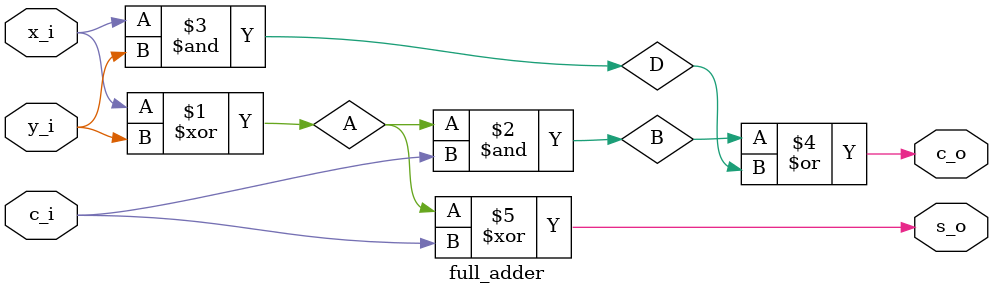
<source format=sv>
module full_adder (
	input logic x_i,
	input logic y_i,
	input logic c_i,

	output logic s_o,
	output logic c_o
);

// Declaracion de señales intermedias
	logic A;
	logic B;
	logic D;

// Arquitectura de un full adder
	assign #(100) A = x_i ^ y_i;
	assign #(50) B = A & c_i;
	assign #(50) D = x_i & y_i;
	assign #(100) c_o = B | D;
	assign #(100) s_o = A ^ c_i;

endmodule

</source>
